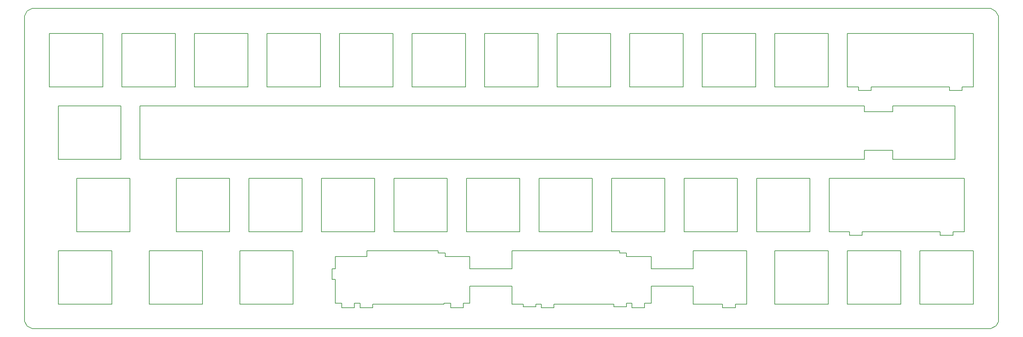
<source format=gbr>
G04 #@! TF.GenerationSoftware,KiCad,Pcbnew,(5.1.4-0-10_14)*
G04 #@! TF.CreationDate,2020-04-11T19:35:21-07:00*
G04 #@! TF.ProjectId,switch_plate,73776974-6368-45f7-906c-6174652e6b69,rev?*
G04 #@! TF.SameCoordinates,Original*
G04 #@! TF.FileFunction,Profile,NP*
%FSLAX46Y46*%
G04 Gerber Fmt 4.6, Leading zero omitted, Abs format (unit mm)*
G04 Created by KiCad (PCBNEW (5.1.4-0-10_14)) date 2020-04-11 19:35:21*
%MOMM*%
%LPD*%
G04 APERTURE LIST*
%ADD10C,0.200000*%
%ADD11C,0.150000*%
G04 APERTURE END LIST*
D10*
X237617000Y-56197500D02*
X237617000Y-53848000D01*
X245046500Y-56197500D02*
X245046500Y-53848000D01*
X237617000Y-53848000D02*
X245046500Y-53848000D01*
X237617000Y-43726100D02*
X245046500Y-43726100D01*
X175133000Y-80822800D02*
X175133000Y-81762600D01*
X173329600Y-80822800D02*
X175133000Y-80822800D01*
X175133000Y-95034100D02*
X175133000Y-94068900D01*
X171831000Y-95034100D02*
X175133000Y-95034100D01*
X171831000Y-94310200D02*
X171831000Y-95034100D01*
X151333200Y-94297500D02*
X152768300Y-94297500D01*
X151333200Y-95034100D02*
X151333200Y-94297500D01*
X148031200Y-95034100D02*
X151333200Y-95034100D01*
X148031200Y-94297500D02*
X148031200Y-95034100D01*
X127215900Y-94068900D02*
X127215900Y-94297500D01*
X127508000Y-80822800D02*
X127508000Y-81762600D01*
X125704600Y-80822800D02*
X127508000Y-80822800D01*
X118833900Y-37147500D02*
X118833900Y-23139400D01*
X132842000Y-37147500D02*
X118833900Y-37147500D01*
X49784000Y-80289400D02*
X63792100Y-80289400D01*
X73583800Y-80289400D02*
X87604600Y-80289400D01*
X25971500Y-80289400D02*
X39979600Y-80289400D01*
X192659000Y-94297500D02*
X200380600Y-94297500D01*
X145034000Y-84988400D02*
X133972300Y-84988400D01*
X181597300Y-81762600D02*
X175133000Y-81762600D01*
X133972300Y-84988400D02*
X133972300Y-81762600D01*
X192659000Y-84988400D02*
X181597300Y-84988400D01*
X156083000Y-94297500D02*
X159042100Y-94297500D01*
X159042100Y-94297500D02*
X171831000Y-94297500D01*
X133972300Y-89598500D02*
X145034000Y-89598500D01*
X25971500Y-94297500D02*
X25971500Y-80289400D01*
X39979600Y-80289400D02*
X39979600Y-94297500D01*
X181597300Y-89598500D02*
X192659000Y-89598500D01*
X145034000Y-80289400D02*
X145034000Y-84988400D01*
X125704600Y-80822800D02*
X125704600Y-80289400D01*
X181597300Y-94068900D02*
X181597300Y-89598500D01*
X125704600Y-80289400D02*
X106959400Y-80289400D01*
X181597300Y-84988400D02*
X181597300Y-81762600D01*
X97828100Y-84988400D02*
X97828100Y-87807800D01*
X133972300Y-94068900D02*
X133972300Y-89598500D01*
X108458000Y-94297500D02*
X127215900Y-94297500D01*
X132257800Y-94068900D02*
X133972300Y-94068900D01*
X127215900Y-94068900D02*
X128943100Y-94068900D01*
X98653600Y-81762600D02*
X98653600Y-84988400D01*
X106959400Y-81762600D02*
X98653600Y-81762600D01*
X145034000Y-89598500D02*
X145034000Y-94297500D01*
X97828100Y-87807800D02*
X98653600Y-87807800D01*
X103695500Y-94068900D02*
X105143300Y-94068900D01*
X114071400Y-61239400D02*
X128079500Y-61239400D01*
X109029500Y-61239400D02*
X109029500Y-75260200D01*
X257530600Y-76225400D02*
X260845300Y-76225400D01*
X185229500Y-75247500D02*
X171221400Y-75247500D01*
X247142000Y-80289400D02*
X247142000Y-94297500D01*
X106959400Y-80289400D02*
X106959400Y-81762600D01*
X166179500Y-75247500D02*
X152171400Y-75247500D01*
X30734000Y-61239400D02*
X44742100Y-61239400D01*
X98653600Y-84988400D02*
X97828100Y-84988400D01*
X237045500Y-75247500D02*
X257530600Y-75247500D01*
X228371400Y-61239400D02*
X228371400Y-75247500D01*
X95021400Y-75247500D02*
X95021400Y-61239400D01*
X56921400Y-75247500D02*
X56921400Y-61239400D01*
X98653600Y-87807800D02*
X98653600Y-94068900D01*
X257530600Y-75247500D02*
X257530600Y-76225400D01*
X147129500Y-61239400D02*
X147129500Y-75247500D01*
X114071400Y-75247500D02*
X114071400Y-61239400D01*
X147129500Y-75247500D02*
X133121400Y-75247500D01*
X98653600Y-94068900D02*
X100380800Y-94068900D01*
X145034000Y-94297500D02*
X148031200Y-94297500D01*
X95021400Y-61239400D02*
X109029500Y-61239400D01*
X223329500Y-61239400D02*
X223329500Y-75247500D01*
X233730800Y-76225400D02*
X237045500Y-76225400D01*
X75971400Y-61239400D02*
X89979500Y-61239400D01*
X263817100Y-75247500D02*
X263817100Y-61239400D01*
X89979500Y-61239400D02*
X89979500Y-75247500D01*
X128079500Y-61239400D02*
X128079500Y-75247500D01*
X233730800Y-75247500D02*
X233730800Y-76225400D01*
X133121400Y-61239400D02*
X147129500Y-61239400D01*
X44742100Y-61239400D02*
X44742100Y-75247500D01*
X128079500Y-75247500D02*
X114071400Y-75247500D01*
X42354500Y-56197500D02*
X25971500Y-56197500D01*
X70929500Y-61239400D02*
X70929500Y-75247500D01*
X252183900Y-80289400D02*
X266192000Y-80289400D01*
X75971400Y-75247500D02*
X75971400Y-61239400D01*
X214083900Y-94297500D02*
X214083900Y-80289400D01*
X260845300Y-75247500D02*
X263817100Y-75247500D01*
X237045500Y-76225400D02*
X237045500Y-75247500D01*
X247142000Y-94297500D02*
X233133900Y-94297500D01*
X228371400Y-75247500D02*
X233730800Y-75247500D01*
X42354500Y-42189400D02*
X42354500Y-56197500D01*
X233133900Y-80289400D02*
X247142000Y-80289400D01*
X133121400Y-75247500D02*
X133121400Y-61239400D01*
X89979500Y-75247500D02*
X75971400Y-75247500D01*
X152171400Y-75247500D02*
X152171400Y-61239400D01*
X152171400Y-61239400D02*
X166179500Y-61239400D01*
X223329500Y-75247500D02*
X209321400Y-75247500D01*
X190271400Y-75247500D02*
X190271400Y-61239400D01*
X171221400Y-75247500D02*
X171221400Y-61239400D01*
X171221400Y-61239400D02*
X185229500Y-61239400D01*
X204279500Y-75247500D02*
X190271400Y-75247500D01*
X252183900Y-94297500D02*
X252183900Y-80289400D01*
X56921400Y-61239400D02*
X70929500Y-61239400D01*
X233133900Y-94297500D02*
X233133900Y-80289400D01*
X30721300Y-75247500D02*
X30734000Y-61239400D01*
X204279500Y-61239400D02*
X204279500Y-75247500D01*
X209321400Y-61239400D02*
X223329500Y-61239400D01*
X263817100Y-61239400D02*
X228371400Y-61239400D01*
X109029500Y-75260200D02*
X95021400Y-75247500D01*
X185229500Y-61239400D02*
X185229500Y-75247500D01*
X209321400Y-75247500D02*
X209308700Y-61239400D01*
X44742100Y-75247500D02*
X30721300Y-75247500D01*
X266192000Y-80289400D02*
X266192000Y-94297500D01*
X266192000Y-94297500D02*
X252183900Y-94297500D01*
X260845300Y-76225400D02*
X260845300Y-75247500D01*
X25971500Y-42189400D02*
X42354500Y-42189400D01*
X70929500Y-75247500D02*
X56921400Y-75247500D01*
X166179500Y-61239400D02*
X166179500Y-75247500D01*
X190271400Y-61239400D02*
X204279500Y-61239400D01*
X179882800Y-94068900D02*
X181597300Y-94068900D01*
X175133000Y-94068900D02*
X176568100Y-94068900D01*
X63792100Y-80289400D02*
X63792100Y-94297500D01*
X49784000Y-94297500D02*
X49784000Y-80289400D01*
X228092000Y-80289400D02*
X228092000Y-94297500D01*
X214083900Y-80289400D02*
X228092000Y-80289400D01*
X228092000Y-94297500D02*
X214083900Y-94297500D01*
X87604600Y-94297500D02*
X73583800Y-94297500D01*
X39979600Y-94297500D02*
X25971500Y-94297500D01*
X73583800Y-94297500D02*
X73583800Y-80289400D01*
X173329600Y-80289400D02*
X159131000Y-80289400D01*
X159131000Y-80289400D02*
X145034000Y-80289400D01*
X87604600Y-80289400D02*
X87604600Y-94297500D01*
X133972300Y-81762600D02*
X127508000Y-81762600D01*
X192659000Y-80289400D02*
X192659000Y-84988400D01*
X173329600Y-80822800D02*
X173329600Y-80289400D01*
X63792100Y-94297500D02*
X49784000Y-94297500D01*
X192659000Y-89598500D02*
X192659000Y-94297500D01*
X137883900Y-37147500D02*
X137883900Y-23139400D01*
X261429500Y-56197500D02*
X245046500Y-56197500D01*
X261429500Y-42189400D02*
X261429500Y-56197500D01*
X61683900Y-23139400D02*
X75692000Y-23139400D01*
X245046500Y-43726100D02*
X245046500Y-42189400D01*
X47396400Y-56197500D02*
X47396400Y-42189400D01*
X47396400Y-42189400D02*
X212521800Y-42189400D01*
X237617000Y-42189400D02*
X237617000Y-43726100D01*
X237617000Y-56197500D02*
X214236300Y-56197500D01*
X203695300Y-94297500D02*
X206667100Y-94297500D01*
X175983900Y-37147500D02*
X175983900Y-23139400D01*
X212521800Y-42189400D02*
X237617000Y-42189400D01*
X259918200Y-37147500D02*
X259918200Y-38112700D01*
X214236300Y-56197500D02*
X47396400Y-56197500D01*
X25971500Y-56197500D02*
X25971500Y-42189400D01*
X206667100Y-94297500D02*
X206667100Y-80289400D01*
X137883900Y-23139400D02*
X151892000Y-23139400D01*
X206667100Y-80289400D02*
X192659000Y-80289400D01*
X245046500Y-42189400D02*
X261429500Y-42189400D01*
X113792000Y-37147500D02*
X99783900Y-37147500D01*
X42633900Y-23139400D02*
X56642000Y-23139400D01*
X132842000Y-23139400D02*
X132842000Y-37147500D01*
X80733900Y-37147500D02*
X80733900Y-23139400D01*
X56642000Y-37147500D02*
X42633900Y-37147500D01*
X209042000Y-23139400D02*
X209042000Y-37147500D01*
X151892000Y-37147500D02*
X137883900Y-37147500D01*
X170942000Y-23139400D02*
X170942000Y-37147500D01*
X151892000Y-23139400D02*
X151892000Y-37147500D01*
X239420400Y-38112700D02*
X239420400Y-37147500D01*
X80733900Y-23139400D02*
X94742000Y-23139400D01*
X75692000Y-37147500D02*
X61683900Y-37147500D01*
X170942000Y-37147500D02*
X156933900Y-37147500D01*
X42633900Y-37147500D02*
X42633900Y-23139400D01*
X236118400Y-38112700D02*
X239420400Y-38112700D01*
X23596600Y-37134800D02*
X23596600Y-23139400D01*
X156933900Y-37147500D02*
X156933900Y-23139400D01*
X266192000Y-37147500D02*
X266192000Y-23139400D01*
X61683900Y-37147500D02*
X61683900Y-23139400D01*
X94742000Y-23139400D02*
X94742000Y-37147500D01*
X189992000Y-23139400D02*
X189992000Y-37147500D01*
X156933900Y-23139400D02*
X170942000Y-23139400D01*
X37592000Y-23139400D02*
X37592000Y-37147500D01*
X195033900Y-23139400D02*
X209042000Y-23139400D01*
X266192000Y-23139400D02*
X233133900Y-23139400D01*
X233133900Y-37147500D02*
X236118400Y-37147500D01*
X99783900Y-37147500D02*
X99783900Y-23139400D01*
X37592000Y-37147500D02*
X23596600Y-37134800D01*
X23596600Y-23139400D02*
X37592000Y-23139400D01*
X259918200Y-38112700D02*
X263220200Y-38112700D01*
X233121200Y-23139400D02*
X233133900Y-37147500D01*
X236118400Y-37147500D02*
X236118400Y-38112700D01*
X118833900Y-23139400D02*
X132842000Y-23139400D01*
X239420400Y-37147500D02*
X259918200Y-37147500D01*
X263220200Y-37147500D02*
X266192000Y-37147500D01*
X214083900Y-23139400D02*
X228092000Y-23139400D01*
X228092000Y-23139400D02*
X228092000Y-37147500D01*
X209042000Y-37147500D02*
X195033900Y-37147500D01*
X175983900Y-23139400D02*
X189992000Y-23139400D01*
X75692000Y-23139400D02*
X75692000Y-37147500D01*
X189992000Y-37147500D02*
X175983900Y-37147500D01*
X94742000Y-37147500D02*
X80733900Y-37147500D01*
X228092000Y-37147500D02*
X214083900Y-37147500D01*
X99783900Y-23139400D02*
X113792000Y-23139400D01*
X214083900Y-37147500D02*
X214083900Y-23139400D01*
X56642000Y-23139400D02*
X56642000Y-37147500D01*
X113792000Y-23139400D02*
X113792000Y-37147500D01*
X263220200Y-38112700D02*
X263220200Y-37147500D01*
X195033900Y-37147500D02*
X195033900Y-23139400D01*
X128943100Y-94068900D02*
X128943100Y-95275400D01*
X128943100Y-95275400D02*
X132257800Y-95275400D01*
X105143300Y-94068900D02*
X105143300Y-95275400D01*
X132257800Y-95275400D02*
X132257800Y-94068900D01*
X100380800Y-95275400D02*
X103695500Y-95275400D01*
X105143300Y-95275400D02*
X108458000Y-95275400D01*
X103695500Y-95275400D02*
X103695500Y-94068900D01*
X100380800Y-94068900D02*
X100380800Y-95275400D01*
X108458000Y-95275400D02*
X108458000Y-94297500D01*
X156083000Y-95275400D02*
X156083000Y-94297500D01*
X203695300Y-95275400D02*
X203695300Y-94297500D01*
X152768300Y-95275400D02*
X156083000Y-95275400D01*
X152768300Y-94297500D02*
X152768300Y-95275400D01*
X176568100Y-95275400D02*
X179882800Y-95275400D01*
X200380600Y-94297500D02*
X200380600Y-95275400D01*
X200380600Y-95275400D02*
X203695300Y-95275400D01*
X179882800Y-95275400D02*
X179882800Y-94068900D01*
X176568100Y-94068900D02*
X176568100Y-95275400D01*
D11*
X17716500Y-100076000D02*
X17081500Y-98806000D01*
X19050000Y-100774500D02*
X17716500Y-100076000D01*
X272224500Y-100012500D02*
X272796000Y-98856800D01*
X270764000Y-100774500D02*
X272224500Y-100012500D01*
X272097500Y-17272000D02*
X272796000Y-18542000D01*
X270764000Y-16510000D02*
X272097500Y-17272000D01*
X17716500Y-17208500D02*
X19050000Y-16510000D01*
X17081500Y-18542000D02*
X17716500Y-17208500D01*
X17081500Y-98806000D02*
X17081500Y-18542000D01*
X270764000Y-100774500D02*
X19050000Y-100774500D01*
X272796000Y-18542000D02*
X272796000Y-98856800D01*
X19050000Y-16510000D02*
X270764000Y-16510000D01*
M02*

</source>
